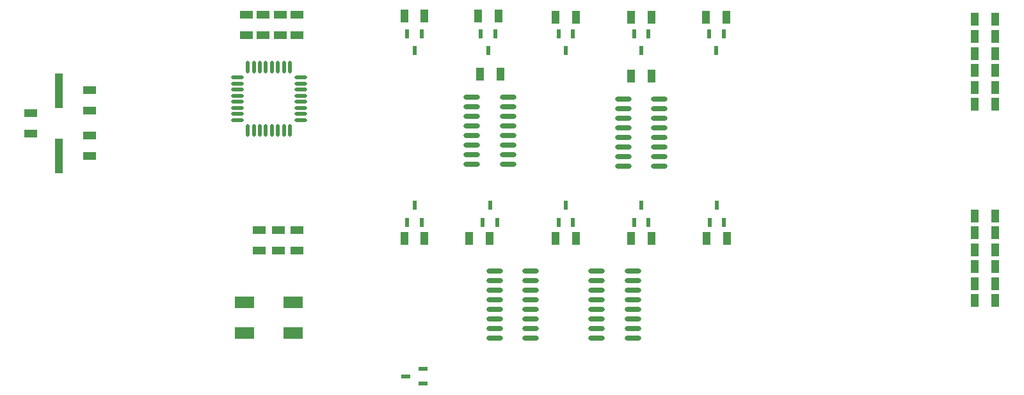
<source format=gbp>
G04 Layer_Color=128*
%FSAX24Y24*%
%MOIN*%
G70*
G01*
G75*
%ADD10R,0.0984X0.0591*%
%ADD11R,0.0433X0.0669*%
%ADD12R,0.0669X0.0433*%
%ADD13R,0.0236X0.0453*%
%ADD21R,0.0453X0.0236*%
%ADD22O,0.0650X0.0217*%
%ADD23O,0.0217X0.0650*%
%ADD24O,0.0866X0.0236*%
%ADD25R,0.0394X0.1811*%
D10*
X018091Y-015748D02*
D03*
X015571D02*
D03*
X018091Y-017323D02*
D03*
X015571D02*
D03*
D11*
X054665Y-015650D02*
D03*
X053602D02*
D03*
X054665Y-014764D02*
D03*
X053602D02*
D03*
X054665Y-013878D02*
D03*
X053602D02*
D03*
X054665Y-012992D02*
D03*
X053602D02*
D03*
X054665Y-012106D02*
D03*
X053602D02*
D03*
X054665Y-011220D02*
D03*
X053602D02*
D03*
X054665Y-005413D02*
D03*
X053602D02*
D03*
X054665Y-004528D02*
D03*
X053602D02*
D03*
X054665Y-003642D02*
D03*
X053602D02*
D03*
X054665Y-002756D02*
D03*
X053602D02*
D03*
X054665Y-001870D02*
D03*
X053602D02*
D03*
X054665Y-000984D02*
D03*
X053602D02*
D03*
X035689Y-012402D02*
D03*
X036752D02*
D03*
X027815Y-003839D02*
D03*
X028878D02*
D03*
X035689Y-003937D02*
D03*
X036752D02*
D03*
X024941Y-000787D02*
D03*
X023878D02*
D03*
X028780D02*
D03*
X027717D02*
D03*
X032815Y-000886D02*
D03*
X031752D02*
D03*
X036752D02*
D03*
X035689D02*
D03*
X040669D02*
D03*
X039606D02*
D03*
X027269Y-012400D02*
D03*
X028331D02*
D03*
X031752Y-012402D02*
D03*
X032815D02*
D03*
X023878D02*
D03*
X024941D02*
D03*
X039626D02*
D03*
X040689D02*
D03*
D12*
X016339Y-013032D02*
D03*
Y-011968D02*
D03*
X007480Y-008110D02*
D03*
Y-007047D02*
D03*
X017421Y-001811D02*
D03*
Y-000748D02*
D03*
X016535Y-001811D02*
D03*
Y-000748D02*
D03*
X015650D02*
D03*
Y-001811D02*
D03*
X017323Y-011968D02*
D03*
Y-013032D02*
D03*
X004429Y-005866D02*
D03*
Y-006929D02*
D03*
X018307Y-013032D02*
D03*
Y-011968D02*
D03*
Y-001811D02*
D03*
Y-000748D02*
D03*
X007480Y-004685D02*
D03*
Y-005748D02*
D03*
D13*
X024035Y-001722D02*
D03*
X024783D02*
D03*
X024409Y-002608D02*
D03*
X027874Y-001722D02*
D03*
X028622D02*
D03*
X028248Y-002608D02*
D03*
X031909Y-001722D02*
D03*
X032657D02*
D03*
X032283Y-002608D02*
D03*
X035846Y-001722D02*
D03*
X036594D02*
D03*
X036220Y-002608D02*
D03*
X039764Y-001722D02*
D03*
X040512D02*
D03*
X040138Y-002608D02*
D03*
X028720Y-011565D02*
D03*
X027972D02*
D03*
X028346Y-010679D02*
D03*
X032657Y-011565D02*
D03*
X031909D02*
D03*
X032283Y-010679D02*
D03*
X024783Y-011565D02*
D03*
X024035D02*
D03*
X024409Y-010679D02*
D03*
X036594Y-011565D02*
D03*
X035846D02*
D03*
X036220Y-010679D02*
D03*
X040532Y-011565D02*
D03*
X039783D02*
D03*
X040157Y-010679D02*
D03*
D21*
X024852Y-019213D02*
D03*
Y-019961D02*
D03*
X023967Y-019587D02*
D03*
D22*
X018484Y-004016D02*
D03*
Y-004331D02*
D03*
Y-004646D02*
D03*
Y-004961D02*
D03*
Y-005276D02*
D03*
Y-005591D02*
D03*
Y-005906D02*
D03*
Y-006220D02*
D03*
X015177D02*
D03*
Y-005906D02*
D03*
Y-005591D02*
D03*
Y-005276D02*
D03*
Y-004961D02*
D03*
Y-004646D02*
D03*
Y-004331D02*
D03*
Y-004016D02*
D03*
D23*
X017933Y-006772D02*
D03*
X017618D02*
D03*
X017303D02*
D03*
X016988D02*
D03*
X016673D02*
D03*
X016358D02*
D03*
X016043D02*
D03*
X015728D02*
D03*
Y-003465D02*
D03*
X016043D02*
D03*
X016358D02*
D03*
X016673D02*
D03*
X016988D02*
D03*
X017303D02*
D03*
X017618D02*
D03*
X017933D02*
D03*
D24*
X033898Y-017596D02*
D03*
Y-017096D02*
D03*
Y-016596D02*
D03*
Y-016096D02*
D03*
Y-015596D02*
D03*
Y-015096D02*
D03*
Y-014596D02*
D03*
Y-014096D02*
D03*
X035787Y-017596D02*
D03*
Y-017096D02*
D03*
Y-016596D02*
D03*
Y-016096D02*
D03*
Y-015596D02*
D03*
Y-015096D02*
D03*
Y-014596D02*
D03*
Y-014096D02*
D03*
X028583Y-017596D02*
D03*
Y-017096D02*
D03*
Y-016596D02*
D03*
Y-016096D02*
D03*
Y-015596D02*
D03*
Y-015096D02*
D03*
Y-014596D02*
D03*
Y-014096D02*
D03*
X030472Y-017596D02*
D03*
Y-017096D02*
D03*
Y-016596D02*
D03*
Y-016096D02*
D03*
Y-015596D02*
D03*
Y-015096D02*
D03*
Y-014596D02*
D03*
Y-014096D02*
D03*
X037165Y-005140D02*
D03*
Y-005640D02*
D03*
Y-006140D02*
D03*
Y-006640D02*
D03*
Y-007140D02*
D03*
Y-007640D02*
D03*
Y-008140D02*
D03*
Y-008640D02*
D03*
X035276Y-005140D02*
D03*
Y-005640D02*
D03*
Y-006140D02*
D03*
Y-006640D02*
D03*
Y-007140D02*
D03*
Y-007640D02*
D03*
Y-008140D02*
D03*
Y-008640D02*
D03*
X029291Y-005041D02*
D03*
Y-005541D02*
D03*
Y-006041D02*
D03*
Y-006541D02*
D03*
Y-007041D02*
D03*
Y-007541D02*
D03*
Y-008041D02*
D03*
Y-008541D02*
D03*
X027402Y-005041D02*
D03*
Y-005541D02*
D03*
Y-006041D02*
D03*
Y-006541D02*
D03*
Y-007041D02*
D03*
Y-007541D02*
D03*
Y-008041D02*
D03*
Y-008541D02*
D03*
D25*
X005906Y-008091D02*
D03*
Y-004705D02*
D03*
M02*

</source>
